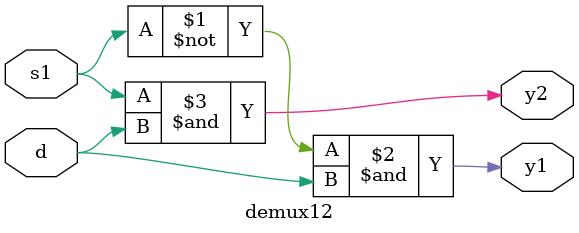
<source format=v>

module demux18(d,e1,e2,e3,r1,r2,r3,r4,r5,r6,r7,r8);
        input d,e1,e2,e3;
        output r1,r2,r3,r4,r5,r6,r7,r8;
        wire w1,w2;
        demux12 a(d,e1,w1,w2);
        demux14 a1(w1,e2,e3,r1,r2,r3,r4);
        demux14 a2(w2,e2,e3,r5,r6,r7,r8);
endmodule

//Data flow modelling
module demux14(d,s1,s2,y1,y2,y3,y4);
        input d,s1,s2;
        output y1,y2,y3,y4;
        assign y1 = (~s1)&(~s2)&d;
        assign y2 = (~s1)&(s2)&d;
        assign y3 = (s1)&(~s2)&d;
        assign y4 = (s1)&(s2)&d;
endmodule

//use 1:2 demux module , when 1:4 demux has to make with 1:2 demux
module demux12(d,s1,y1,y2);
        input d,s1;
        output y1,y2;
        assign y1 = (~s1)&d;
        assign y2 = (s1)&d;
endmodule

</source>
